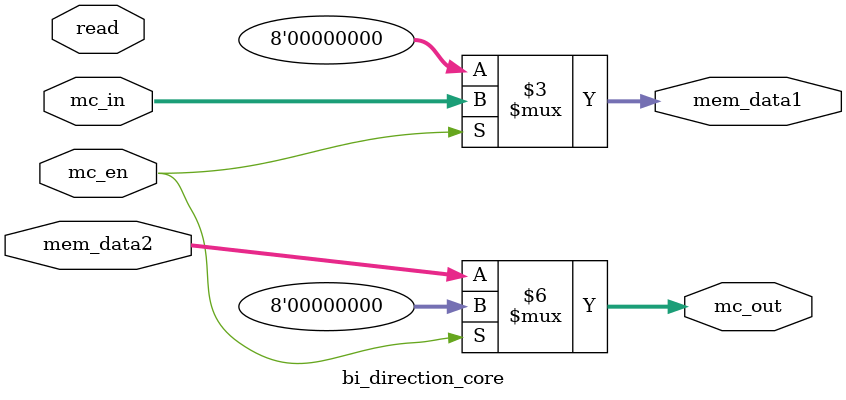
<source format=v>
module bi_direction_core(
	input mc_en,
	input read,
	input [7:0] mc_in,
	input [7:0] mem_data2,
	output reg [7:0] mem_data1,
	output reg [7:0] mc_out
	);

always@(*) begin
	mc_out    = 8'b0;
 	mem_data1 = 8'b0;
 if(mc_en)
	mem_data1 = mc_in;
 else
	mc_out = mem_data2;
end

endmodule


</source>
